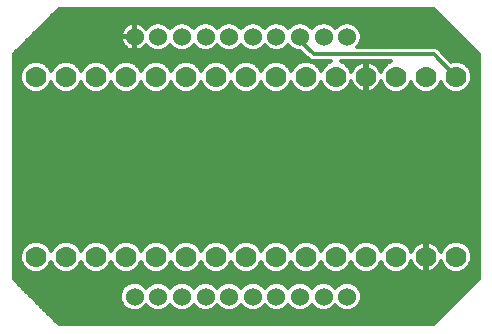
<source format=gbl>
G75*
%MOIN*%
%OFA0B0*%
%FSLAX25Y25*%
%IPPOS*%
%LPD*%
%AMOC8*
5,1,8,0,0,1.08239X$1,22.5*
%
%ADD10C,0.07000*%
%ADD11C,0.06000*%
%ADD12C,0.01200*%
D10*
X0011500Y0026500D03*
X0021500Y0026500D03*
X0031500Y0026500D03*
X0041500Y0026500D03*
X0051500Y0026500D03*
X0061500Y0026500D03*
X0071500Y0026500D03*
X0081500Y0026500D03*
X0091500Y0026500D03*
X0101500Y0026500D03*
X0111500Y0026500D03*
X0121500Y0026500D03*
X0131500Y0026500D03*
X0141500Y0026500D03*
X0151500Y0026500D03*
X0151500Y0086500D03*
X0141500Y0086500D03*
X0131500Y0086500D03*
X0121500Y0086500D03*
X0111500Y0086500D03*
X0101500Y0086500D03*
X0091500Y0086500D03*
X0081500Y0086500D03*
X0071500Y0086500D03*
X0061500Y0086500D03*
X0051500Y0086500D03*
X0041500Y0086500D03*
X0031500Y0086500D03*
X0021500Y0086500D03*
X0011500Y0086500D03*
D11*
X0044374Y0099807D03*
X0052248Y0099807D03*
X0060122Y0099807D03*
X0067996Y0099807D03*
X0075870Y0099807D03*
X0083744Y0099807D03*
X0091618Y0099807D03*
X0099492Y0099807D03*
X0107366Y0099807D03*
X0115240Y0099807D03*
X0115240Y0013193D03*
X0107366Y0013193D03*
X0099492Y0013193D03*
X0091618Y0013193D03*
X0083744Y0013193D03*
X0075870Y0013193D03*
X0067996Y0013193D03*
X0060122Y0013193D03*
X0052248Y0013193D03*
X0044374Y0013193D03*
D12*
X0040889Y0009890D02*
X0013110Y0009890D01*
X0011912Y0011088D02*
X0040050Y0011088D01*
X0040305Y0010474D02*
X0041655Y0009124D01*
X0043419Y0008393D01*
X0045329Y0008393D01*
X0047093Y0009124D01*
X0048311Y0010342D01*
X0049529Y0009124D01*
X0051293Y0008393D01*
X0053203Y0008393D01*
X0054967Y0009124D01*
X0056185Y0010342D01*
X0057403Y0009124D01*
X0059167Y0008393D01*
X0061077Y0008393D01*
X0062841Y0009124D01*
X0064059Y0010342D01*
X0065277Y0009124D01*
X0067041Y0008393D01*
X0068951Y0008393D01*
X0070715Y0009124D01*
X0071933Y0010342D01*
X0073151Y0009124D01*
X0074915Y0008393D01*
X0076825Y0008393D01*
X0078589Y0009124D01*
X0079807Y0010342D01*
X0081025Y0009124D01*
X0082789Y0008393D01*
X0084699Y0008393D01*
X0086463Y0009124D01*
X0087681Y0010342D01*
X0088899Y0009124D01*
X0090663Y0008393D01*
X0092573Y0008393D01*
X0094337Y0009124D01*
X0095555Y0010342D01*
X0096773Y0009124D01*
X0098537Y0008393D01*
X0100447Y0008393D01*
X0102211Y0009124D01*
X0103429Y0010342D01*
X0104647Y0009124D01*
X0106411Y0008393D01*
X0108321Y0008393D01*
X0110085Y0009124D01*
X0111303Y0010342D01*
X0112521Y0009124D01*
X0114285Y0008393D01*
X0116195Y0008393D01*
X0117959Y0009124D01*
X0119309Y0010474D01*
X0120040Y0012238D01*
X0120040Y0014148D01*
X0119309Y0015912D01*
X0117959Y0017262D01*
X0116195Y0017993D01*
X0114285Y0017993D01*
X0112521Y0017262D01*
X0111303Y0016044D01*
X0110085Y0017262D01*
X0108321Y0017993D01*
X0106411Y0017993D01*
X0104647Y0017262D01*
X0103429Y0016044D01*
X0102211Y0017262D01*
X0100447Y0017993D01*
X0098537Y0017993D01*
X0096773Y0017262D01*
X0095555Y0016044D01*
X0094337Y0017262D01*
X0092573Y0017993D01*
X0090663Y0017993D01*
X0088899Y0017262D01*
X0087681Y0016044D01*
X0086463Y0017262D01*
X0084699Y0017993D01*
X0082789Y0017993D01*
X0081025Y0017262D01*
X0079807Y0016044D01*
X0078589Y0017262D01*
X0076825Y0017993D01*
X0074915Y0017993D01*
X0073151Y0017262D01*
X0071933Y0016044D01*
X0070715Y0017262D01*
X0068951Y0017993D01*
X0067041Y0017993D01*
X0065277Y0017262D01*
X0064059Y0016044D01*
X0062841Y0017262D01*
X0061077Y0017993D01*
X0059167Y0017993D01*
X0057403Y0017262D01*
X0056185Y0016044D01*
X0054967Y0017262D01*
X0053203Y0017993D01*
X0051293Y0017993D01*
X0049529Y0017262D01*
X0048311Y0016044D01*
X0047093Y0017262D01*
X0045329Y0017993D01*
X0043419Y0017993D01*
X0041655Y0017262D01*
X0040305Y0015912D01*
X0039574Y0014148D01*
X0039574Y0012238D01*
X0040305Y0010474D01*
X0039574Y0012287D02*
X0010713Y0012287D01*
X0009515Y0013485D02*
X0039574Y0013485D01*
X0039796Y0014684D02*
X0008316Y0014684D01*
X0007118Y0015882D02*
X0040292Y0015882D01*
X0041474Y0017081D02*
X0005919Y0017081D01*
X0004721Y0018279D02*
X0158279Y0018279D01*
X0159000Y0019000D02*
X0144000Y0004000D01*
X0019000Y0004000D01*
X0004000Y0019000D01*
X0004000Y0094000D01*
X0019000Y0109000D01*
X0144000Y0109000D01*
X0159000Y0094000D01*
X0159000Y0019000D01*
X0159000Y0019478D02*
X0004000Y0019478D01*
X0004000Y0020676D02*
X0159000Y0020676D01*
X0159000Y0021875D02*
X0154183Y0021875D01*
X0154502Y0022007D02*
X0155993Y0023498D01*
X0156800Y0025446D01*
X0156800Y0027554D01*
X0155993Y0029502D01*
X0154502Y0030993D01*
X0152554Y0031800D01*
X0150446Y0031800D01*
X0148498Y0030993D01*
X0147007Y0029502D01*
X0146379Y0027987D01*
X0146226Y0028458D01*
X0145862Y0029173D01*
X0145390Y0029822D01*
X0144822Y0030390D01*
X0144173Y0030862D01*
X0143458Y0031226D01*
X0142694Y0031474D01*
X0141901Y0031600D01*
X0141884Y0031600D01*
X0141884Y0026884D01*
X0141116Y0026884D01*
X0141116Y0031600D01*
X0141099Y0031600D01*
X0140306Y0031474D01*
X0139542Y0031226D01*
X0138827Y0030862D01*
X0138178Y0030390D01*
X0137610Y0029822D01*
X0137138Y0029173D01*
X0136774Y0028458D01*
X0136621Y0027987D01*
X0135993Y0029502D01*
X0134502Y0030993D01*
X0132554Y0031800D01*
X0130446Y0031800D01*
X0128498Y0030993D01*
X0127007Y0029502D01*
X0126500Y0028278D01*
X0125993Y0029502D01*
X0124502Y0030993D01*
X0122554Y0031800D01*
X0120446Y0031800D01*
X0118498Y0030993D01*
X0117007Y0029502D01*
X0116500Y0028278D01*
X0115993Y0029502D01*
X0114502Y0030993D01*
X0112554Y0031800D01*
X0110446Y0031800D01*
X0108498Y0030993D01*
X0107007Y0029502D01*
X0106500Y0028278D01*
X0105993Y0029502D01*
X0104502Y0030993D01*
X0102554Y0031800D01*
X0100446Y0031800D01*
X0098498Y0030993D01*
X0097007Y0029502D01*
X0096500Y0028278D01*
X0095993Y0029502D01*
X0094502Y0030993D01*
X0092554Y0031800D01*
X0090446Y0031800D01*
X0088498Y0030993D01*
X0087007Y0029502D01*
X0086500Y0028278D01*
X0085993Y0029502D01*
X0084502Y0030993D01*
X0082554Y0031800D01*
X0080446Y0031800D01*
X0078498Y0030993D01*
X0077007Y0029502D01*
X0076500Y0028278D01*
X0075993Y0029502D01*
X0074502Y0030993D01*
X0072554Y0031800D01*
X0070446Y0031800D01*
X0068498Y0030993D01*
X0067007Y0029502D01*
X0066500Y0028278D01*
X0065993Y0029502D01*
X0064502Y0030993D01*
X0062554Y0031800D01*
X0060446Y0031800D01*
X0058498Y0030993D01*
X0057007Y0029502D01*
X0056500Y0028278D01*
X0055993Y0029502D01*
X0054502Y0030993D01*
X0052554Y0031800D01*
X0050446Y0031800D01*
X0048498Y0030993D01*
X0047007Y0029502D01*
X0046500Y0028278D01*
X0045993Y0029502D01*
X0044502Y0030993D01*
X0042554Y0031800D01*
X0040446Y0031800D01*
X0038498Y0030993D01*
X0037007Y0029502D01*
X0036500Y0028278D01*
X0035993Y0029502D01*
X0034502Y0030993D01*
X0032554Y0031800D01*
X0030446Y0031800D01*
X0028498Y0030993D01*
X0027007Y0029502D01*
X0026500Y0028278D01*
X0025993Y0029502D01*
X0024502Y0030993D01*
X0022554Y0031800D01*
X0020446Y0031800D01*
X0018498Y0030993D01*
X0017007Y0029502D01*
X0016500Y0028278D01*
X0015993Y0029502D01*
X0014502Y0030993D01*
X0012554Y0031800D01*
X0010446Y0031800D01*
X0008498Y0030993D01*
X0007007Y0029502D01*
X0006200Y0027554D01*
X0006200Y0025446D01*
X0007007Y0023498D01*
X0008498Y0022007D01*
X0010446Y0021200D01*
X0012554Y0021200D01*
X0014502Y0022007D01*
X0015993Y0023498D01*
X0016500Y0024722D01*
X0017007Y0023498D01*
X0018498Y0022007D01*
X0020446Y0021200D01*
X0022554Y0021200D01*
X0024502Y0022007D01*
X0025993Y0023498D01*
X0026500Y0024722D01*
X0027007Y0023498D01*
X0028498Y0022007D01*
X0030446Y0021200D01*
X0032554Y0021200D01*
X0034502Y0022007D01*
X0035993Y0023498D01*
X0036500Y0024722D01*
X0037007Y0023498D01*
X0038498Y0022007D01*
X0040446Y0021200D01*
X0042554Y0021200D01*
X0044502Y0022007D01*
X0045993Y0023498D01*
X0046500Y0024722D01*
X0047007Y0023498D01*
X0048498Y0022007D01*
X0050446Y0021200D01*
X0052554Y0021200D01*
X0054502Y0022007D01*
X0055993Y0023498D01*
X0056500Y0024722D01*
X0057007Y0023498D01*
X0058498Y0022007D01*
X0060446Y0021200D01*
X0062554Y0021200D01*
X0064502Y0022007D01*
X0065993Y0023498D01*
X0066500Y0024722D01*
X0067007Y0023498D01*
X0068498Y0022007D01*
X0070446Y0021200D01*
X0072554Y0021200D01*
X0074502Y0022007D01*
X0075993Y0023498D01*
X0076500Y0024722D01*
X0077007Y0023498D01*
X0078498Y0022007D01*
X0080446Y0021200D01*
X0082554Y0021200D01*
X0084502Y0022007D01*
X0085993Y0023498D01*
X0086500Y0024722D01*
X0087007Y0023498D01*
X0088498Y0022007D01*
X0090446Y0021200D01*
X0092554Y0021200D01*
X0094502Y0022007D01*
X0095993Y0023498D01*
X0096500Y0024722D01*
X0097007Y0023498D01*
X0098498Y0022007D01*
X0100446Y0021200D01*
X0102554Y0021200D01*
X0104502Y0022007D01*
X0105993Y0023498D01*
X0106500Y0024722D01*
X0107007Y0023498D01*
X0108498Y0022007D01*
X0110446Y0021200D01*
X0112554Y0021200D01*
X0114502Y0022007D01*
X0115993Y0023498D01*
X0116500Y0024722D01*
X0117007Y0023498D01*
X0118498Y0022007D01*
X0120446Y0021200D01*
X0122554Y0021200D01*
X0124502Y0022007D01*
X0125993Y0023498D01*
X0126500Y0024722D01*
X0127007Y0023498D01*
X0128498Y0022007D01*
X0130446Y0021200D01*
X0132554Y0021200D01*
X0134502Y0022007D01*
X0135993Y0023498D01*
X0136621Y0025013D01*
X0136774Y0024542D01*
X0137138Y0023827D01*
X0137610Y0023178D01*
X0138178Y0022610D01*
X0138827Y0022138D01*
X0139542Y0021774D01*
X0140306Y0021526D01*
X0141099Y0021400D01*
X0141116Y0021400D01*
X0141116Y0026116D01*
X0141884Y0026116D01*
X0141884Y0021400D01*
X0141901Y0021400D01*
X0142694Y0021526D01*
X0143458Y0021774D01*
X0144173Y0022138D01*
X0144822Y0022610D01*
X0145390Y0023178D01*
X0145862Y0023827D01*
X0146226Y0024542D01*
X0146379Y0025013D01*
X0147007Y0023498D01*
X0148498Y0022007D01*
X0150446Y0021200D01*
X0152554Y0021200D01*
X0154502Y0022007D01*
X0155569Y0023073D02*
X0159000Y0023073D01*
X0159000Y0024272D02*
X0156314Y0024272D01*
X0156800Y0025470D02*
X0159000Y0025470D01*
X0159000Y0026669D02*
X0156800Y0026669D01*
X0156670Y0027867D02*
X0159000Y0027867D01*
X0159000Y0029066D02*
X0156174Y0029066D01*
X0155231Y0030264D02*
X0159000Y0030264D01*
X0159000Y0031463D02*
X0153368Y0031463D01*
X0149632Y0031463D02*
X0142730Y0031463D01*
X0141884Y0031463D02*
X0141116Y0031463D01*
X0140270Y0031463D02*
X0133368Y0031463D01*
X0135231Y0030264D02*
X0138052Y0030264D01*
X0137083Y0029066D02*
X0136174Y0029066D01*
X0141116Y0029066D02*
X0141884Y0029066D01*
X0141884Y0030264D02*
X0141116Y0030264D01*
X0141116Y0027867D02*
X0141884Y0027867D01*
X0141884Y0025470D02*
X0141116Y0025470D01*
X0141116Y0024272D02*
X0141884Y0024272D01*
X0141884Y0023073D02*
X0141116Y0023073D01*
X0141116Y0021875D02*
X0141884Y0021875D01*
X0143656Y0021875D02*
X0148817Y0021875D01*
X0147431Y0023073D02*
X0145286Y0023073D01*
X0146088Y0024272D02*
X0146686Y0024272D01*
X0146826Y0029066D02*
X0145917Y0029066D01*
X0144948Y0030264D02*
X0147769Y0030264D01*
X0137714Y0023073D02*
X0135569Y0023073D01*
X0136314Y0024272D02*
X0136911Y0024272D01*
X0139344Y0021875D02*
X0134183Y0021875D01*
X0128817Y0021875D02*
X0124183Y0021875D01*
X0125569Y0023073D02*
X0127431Y0023073D01*
X0126686Y0024272D02*
X0126314Y0024272D01*
X0126174Y0029066D02*
X0126826Y0029066D01*
X0127769Y0030264D02*
X0125231Y0030264D01*
X0123368Y0031463D02*
X0129632Y0031463D01*
X0119632Y0031463D02*
X0113368Y0031463D01*
X0115231Y0030264D02*
X0117769Y0030264D01*
X0116826Y0029066D02*
X0116174Y0029066D01*
X0116314Y0024272D02*
X0116686Y0024272D01*
X0117431Y0023073D02*
X0115569Y0023073D01*
X0114183Y0021875D02*
X0118817Y0021875D01*
X0118141Y0017081D02*
X0157081Y0017081D01*
X0155882Y0015882D02*
X0119322Y0015882D01*
X0119818Y0014684D02*
X0154684Y0014684D01*
X0153485Y0013485D02*
X0120040Y0013485D01*
X0120040Y0012287D02*
X0152287Y0012287D01*
X0151088Y0011088D02*
X0119564Y0011088D01*
X0118725Y0009890D02*
X0149890Y0009890D01*
X0148691Y0008691D02*
X0116915Y0008691D01*
X0113566Y0008691D02*
X0109041Y0008691D01*
X0110851Y0009890D02*
X0111755Y0009890D01*
X0105692Y0008691D02*
X0101167Y0008691D01*
X0102977Y0009890D02*
X0103881Y0009890D01*
X0097818Y0008691D02*
X0093293Y0008691D01*
X0095103Y0009890D02*
X0096007Y0009890D01*
X0089944Y0008691D02*
X0085419Y0008691D01*
X0087229Y0009890D02*
X0088133Y0009890D01*
X0082070Y0008691D02*
X0077545Y0008691D01*
X0079355Y0009890D02*
X0080259Y0009890D01*
X0074195Y0008691D02*
X0069671Y0008691D01*
X0071481Y0009890D02*
X0072385Y0009890D01*
X0066321Y0008691D02*
X0061797Y0008691D01*
X0063607Y0009890D02*
X0064511Y0009890D01*
X0058447Y0008691D02*
X0053923Y0008691D01*
X0055733Y0009890D02*
X0056637Y0009890D01*
X0050573Y0008691D02*
X0046049Y0008691D01*
X0047859Y0009890D02*
X0048763Y0009890D01*
X0042699Y0008691D02*
X0014309Y0008691D01*
X0015507Y0007493D02*
X0147493Y0007493D01*
X0146294Y0006294D02*
X0016706Y0006294D01*
X0017904Y0005096D02*
X0145096Y0005096D01*
X0112340Y0017081D02*
X0110267Y0017081D01*
X0104466Y0017081D02*
X0102393Y0017081D01*
X0096592Y0017081D02*
X0094519Y0017081D01*
X0088718Y0017081D02*
X0086645Y0017081D01*
X0088817Y0021875D02*
X0084183Y0021875D01*
X0085569Y0023073D02*
X0087431Y0023073D01*
X0086686Y0024272D02*
X0086314Y0024272D01*
X0086174Y0029066D02*
X0086826Y0029066D01*
X0087769Y0030264D02*
X0085231Y0030264D01*
X0083368Y0031463D02*
X0089632Y0031463D01*
X0093368Y0031463D02*
X0099632Y0031463D01*
X0097769Y0030264D02*
X0095231Y0030264D01*
X0096174Y0029066D02*
X0096826Y0029066D01*
X0096686Y0024272D02*
X0096314Y0024272D01*
X0095569Y0023073D02*
X0097431Y0023073D01*
X0098817Y0021875D02*
X0094183Y0021875D01*
X0104183Y0021875D02*
X0108817Y0021875D01*
X0107431Y0023073D02*
X0105569Y0023073D01*
X0106314Y0024272D02*
X0106686Y0024272D01*
X0106826Y0029066D02*
X0106174Y0029066D01*
X0105231Y0030264D02*
X0107769Y0030264D01*
X0109632Y0031463D02*
X0103368Y0031463D01*
X0080844Y0017081D02*
X0078771Y0017081D01*
X0078817Y0021875D02*
X0074183Y0021875D01*
X0075569Y0023073D02*
X0077431Y0023073D01*
X0076686Y0024272D02*
X0076314Y0024272D01*
X0076174Y0029066D02*
X0076826Y0029066D01*
X0077769Y0030264D02*
X0075231Y0030264D01*
X0073368Y0031463D02*
X0079632Y0031463D01*
X0069632Y0031463D02*
X0063368Y0031463D01*
X0065231Y0030264D02*
X0067769Y0030264D01*
X0066826Y0029066D02*
X0066174Y0029066D01*
X0066314Y0024272D02*
X0066686Y0024272D01*
X0067431Y0023073D02*
X0065569Y0023073D01*
X0064183Y0021875D02*
X0068817Y0021875D01*
X0070897Y0017081D02*
X0072970Y0017081D01*
X0065096Y0017081D02*
X0063023Y0017081D01*
X0057222Y0017081D02*
X0055148Y0017081D01*
X0049348Y0017081D02*
X0047274Y0017081D01*
X0048817Y0021875D02*
X0044183Y0021875D01*
X0045569Y0023073D02*
X0047431Y0023073D01*
X0046686Y0024272D02*
X0046314Y0024272D01*
X0046174Y0029066D02*
X0046826Y0029066D01*
X0047769Y0030264D02*
X0045231Y0030264D01*
X0043368Y0031463D02*
X0049632Y0031463D01*
X0053368Y0031463D02*
X0059632Y0031463D01*
X0057769Y0030264D02*
X0055231Y0030264D01*
X0056174Y0029066D02*
X0056826Y0029066D01*
X0056686Y0024272D02*
X0056314Y0024272D01*
X0055569Y0023073D02*
X0057431Y0023073D01*
X0058817Y0021875D02*
X0054183Y0021875D01*
X0039632Y0031463D02*
X0033368Y0031463D01*
X0035231Y0030264D02*
X0037769Y0030264D01*
X0036826Y0029066D02*
X0036174Y0029066D01*
X0036314Y0024272D02*
X0036686Y0024272D01*
X0037431Y0023073D02*
X0035569Y0023073D01*
X0034183Y0021875D02*
X0038817Y0021875D01*
X0028817Y0021875D02*
X0024183Y0021875D01*
X0025569Y0023073D02*
X0027431Y0023073D01*
X0026686Y0024272D02*
X0026314Y0024272D01*
X0026174Y0029066D02*
X0026826Y0029066D01*
X0027769Y0030264D02*
X0025231Y0030264D01*
X0023368Y0031463D02*
X0029632Y0031463D01*
X0019632Y0031463D02*
X0013368Y0031463D01*
X0015231Y0030264D02*
X0017769Y0030264D01*
X0016826Y0029066D02*
X0016174Y0029066D01*
X0016314Y0024272D02*
X0016686Y0024272D01*
X0017431Y0023073D02*
X0015569Y0023073D01*
X0014183Y0021875D02*
X0018817Y0021875D01*
X0008817Y0021875D02*
X0004000Y0021875D01*
X0004000Y0023073D02*
X0007431Y0023073D01*
X0006686Y0024272D02*
X0004000Y0024272D01*
X0004000Y0025470D02*
X0006200Y0025470D01*
X0006200Y0026669D02*
X0004000Y0026669D01*
X0004000Y0027867D02*
X0006330Y0027867D01*
X0006826Y0029066D02*
X0004000Y0029066D01*
X0004000Y0030264D02*
X0007769Y0030264D01*
X0009632Y0031463D02*
X0004000Y0031463D01*
X0004000Y0032661D02*
X0159000Y0032661D01*
X0159000Y0033860D02*
X0004000Y0033860D01*
X0004000Y0035058D02*
X0159000Y0035058D01*
X0159000Y0036257D02*
X0004000Y0036257D01*
X0004000Y0037455D02*
X0159000Y0037455D01*
X0159000Y0038654D02*
X0004000Y0038654D01*
X0004000Y0039852D02*
X0159000Y0039852D01*
X0159000Y0041051D02*
X0004000Y0041051D01*
X0004000Y0042249D02*
X0159000Y0042249D01*
X0159000Y0043448D02*
X0004000Y0043448D01*
X0004000Y0044646D02*
X0159000Y0044646D01*
X0159000Y0045845D02*
X0004000Y0045845D01*
X0004000Y0047043D02*
X0159000Y0047043D01*
X0159000Y0048242D02*
X0004000Y0048242D01*
X0004000Y0049440D02*
X0159000Y0049440D01*
X0159000Y0050639D02*
X0004000Y0050639D01*
X0004000Y0051837D02*
X0159000Y0051837D01*
X0159000Y0053036D02*
X0004000Y0053036D01*
X0004000Y0054234D02*
X0159000Y0054234D01*
X0159000Y0055433D02*
X0004000Y0055433D01*
X0004000Y0056632D02*
X0159000Y0056632D01*
X0159000Y0057830D02*
X0004000Y0057830D01*
X0004000Y0059029D02*
X0159000Y0059029D01*
X0159000Y0060227D02*
X0004000Y0060227D01*
X0004000Y0061426D02*
X0159000Y0061426D01*
X0159000Y0062624D02*
X0004000Y0062624D01*
X0004000Y0063823D02*
X0159000Y0063823D01*
X0159000Y0065021D02*
X0004000Y0065021D01*
X0004000Y0066220D02*
X0159000Y0066220D01*
X0159000Y0067418D02*
X0004000Y0067418D01*
X0004000Y0068617D02*
X0159000Y0068617D01*
X0159000Y0069815D02*
X0004000Y0069815D01*
X0004000Y0071014D02*
X0159000Y0071014D01*
X0159000Y0072212D02*
X0004000Y0072212D01*
X0004000Y0073411D02*
X0159000Y0073411D01*
X0159000Y0074609D02*
X0004000Y0074609D01*
X0004000Y0075808D02*
X0159000Y0075808D01*
X0159000Y0077006D02*
X0004000Y0077006D01*
X0004000Y0078205D02*
X0159000Y0078205D01*
X0159000Y0079403D02*
X0004000Y0079403D01*
X0004000Y0080602D02*
X0159000Y0080602D01*
X0159000Y0081800D02*
X0154003Y0081800D01*
X0154502Y0082007D02*
X0155993Y0083498D01*
X0156800Y0085446D01*
X0156800Y0087554D01*
X0155993Y0089502D01*
X0154502Y0090993D01*
X0152554Y0091800D01*
X0150446Y0091800D01*
X0149844Y0091551D01*
X0146035Y0095359D01*
X0146035Y0095359D01*
X0145359Y0096035D01*
X0144477Y0096400D01*
X0118621Y0096400D01*
X0119309Y0097088D01*
X0120040Y0098852D01*
X0120040Y0100762D01*
X0119309Y0102526D01*
X0117959Y0103876D01*
X0116195Y0104607D01*
X0114285Y0104607D01*
X0112521Y0103876D01*
X0111303Y0102658D01*
X0110085Y0103876D01*
X0108321Y0104607D01*
X0106411Y0104607D01*
X0104647Y0103876D01*
X0103429Y0102658D01*
X0102211Y0103876D01*
X0100447Y0104607D01*
X0098537Y0104607D01*
X0096773Y0103876D01*
X0095555Y0102658D01*
X0094337Y0103876D01*
X0092573Y0104607D01*
X0090663Y0104607D01*
X0088899Y0103876D01*
X0087681Y0102658D01*
X0086463Y0103876D01*
X0084699Y0104607D01*
X0082789Y0104607D01*
X0081025Y0103876D01*
X0079807Y0102658D01*
X0078589Y0103876D01*
X0076825Y0104607D01*
X0074915Y0104607D01*
X0073151Y0103876D01*
X0071933Y0102658D01*
X0070715Y0103876D01*
X0068951Y0104607D01*
X0067041Y0104607D01*
X0065277Y0103876D01*
X0064059Y0102658D01*
X0062841Y0103876D01*
X0061077Y0104607D01*
X0059167Y0104607D01*
X0057403Y0103876D01*
X0056185Y0102658D01*
X0054967Y0103876D01*
X0053203Y0104607D01*
X0051293Y0104607D01*
X0049529Y0103876D01*
X0048179Y0102526D01*
X0048145Y0102443D01*
X0047883Y0102804D01*
X0047371Y0103316D01*
X0046785Y0103741D01*
X0046140Y0104070D01*
X0045451Y0104294D01*
X0044736Y0104407D01*
X0044561Y0104407D01*
X0044561Y0099995D01*
X0044187Y0099995D01*
X0044187Y0104407D01*
X0044012Y0104407D01*
X0043297Y0104294D01*
X0042608Y0104070D01*
X0041963Y0103741D01*
X0041377Y0103316D01*
X0040865Y0102804D01*
X0040440Y0102218D01*
X0040111Y0101573D01*
X0039887Y0100884D01*
X0039774Y0100169D01*
X0039774Y0099994D01*
X0044187Y0099994D01*
X0044187Y0099620D01*
X0044561Y0099620D01*
X0044561Y0095207D01*
X0044736Y0095207D01*
X0045451Y0095320D01*
X0046140Y0095544D01*
X0046785Y0095873D01*
X0047371Y0096298D01*
X0047883Y0096810D01*
X0048145Y0097171D01*
X0048179Y0097088D01*
X0049529Y0095738D01*
X0051293Y0095007D01*
X0053203Y0095007D01*
X0054967Y0095738D01*
X0056185Y0096956D01*
X0057403Y0095738D01*
X0059167Y0095007D01*
X0061077Y0095007D01*
X0062841Y0095738D01*
X0064059Y0096956D01*
X0065277Y0095738D01*
X0067041Y0095007D01*
X0068951Y0095007D01*
X0070715Y0095738D01*
X0071933Y0096956D01*
X0073151Y0095738D01*
X0074915Y0095007D01*
X0076825Y0095007D01*
X0078589Y0095738D01*
X0079807Y0096956D01*
X0081025Y0095738D01*
X0082789Y0095007D01*
X0084699Y0095007D01*
X0086463Y0095738D01*
X0087681Y0096956D01*
X0088899Y0095738D01*
X0090663Y0095007D01*
X0092573Y0095007D01*
X0094337Y0095738D01*
X0095555Y0096956D01*
X0096773Y0095738D01*
X0098537Y0095007D01*
X0099599Y0095007D01*
X0101965Y0092641D01*
X0102641Y0091965D01*
X0103523Y0091600D01*
X0109963Y0091600D01*
X0108498Y0090993D01*
X0107007Y0089502D01*
X0106500Y0088278D01*
X0105993Y0089502D01*
X0104502Y0090993D01*
X0102554Y0091800D01*
X0100446Y0091800D01*
X0098498Y0090993D01*
X0097007Y0089502D01*
X0096500Y0088278D01*
X0095993Y0089502D01*
X0094502Y0090993D01*
X0092554Y0091800D01*
X0090446Y0091800D01*
X0088498Y0090993D01*
X0087007Y0089502D01*
X0086500Y0088278D01*
X0085993Y0089502D01*
X0084502Y0090993D01*
X0082554Y0091800D01*
X0080446Y0091800D01*
X0078498Y0090993D01*
X0077007Y0089502D01*
X0076500Y0088278D01*
X0075993Y0089502D01*
X0074502Y0090993D01*
X0072554Y0091800D01*
X0070446Y0091800D01*
X0068498Y0090993D01*
X0067007Y0089502D01*
X0066500Y0088278D01*
X0065993Y0089502D01*
X0064502Y0090993D01*
X0062554Y0091800D01*
X0060446Y0091800D01*
X0058498Y0090993D01*
X0057007Y0089502D01*
X0056500Y0088278D01*
X0055993Y0089502D01*
X0054502Y0090993D01*
X0052554Y0091800D01*
X0050446Y0091800D01*
X0048498Y0090993D01*
X0047007Y0089502D01*
X0046500Y0088278D01*
X0045993Y0089502D01*
X0044502Y0090993D01*
X0042554Y0091800D01*
X0040446Y0091800D01*
X0038498Y0090993D01*
X0037007Y0089502D01*
X0036500Y0088278D01*
X0035993Y0089502D01*
X0034502Y0090993D01*
X0032554Y0091800D01*
X0030446Y0091800D01*
X0028498Y0090993D01*
X0027007Y0089502D01*
X0026500Y0088278D01*
X0025993Y0089502D01*
X0024502Y0090993D01*
X0022554Y0091800D01*
X0020446Y0091800D01*
X0018498Y0090993D01*
X0017007Y0089502D01*
X0016500Y0088278D01*
X0015993Y0089502D01*
X0014502Y0090993D01*
X0012554Y0091800D01*
X0010446Y0091800D01*
X0008498Y0090993D01*
X0007007Y0089502D01*
X0006200Y0087554D01*
X0006200Y0085446D01*
X0007007Y0083498D01*
X0008498Y0082007D01*
X0010446Y0081200D01*
X0012554Y0081200D01*
X0014502Y0082007D01*
X0015993Y0083498D01*
X0016500Y0084722D01*
X0017007Y0083498D01*
X0018498Y0082007D01*
X0020446Y0081200D01*
X0022554Y0081200D01*
X0024502Y0082007D01*
X0025993Y0083498D01*
X0026500Y0084722D01*
X0027007Y0083498D01*
X0028498Y0082007D01*
X0030446Y0081200D01*
X0032554Y0081200D01*
X0034502Y0082007D01*
X0035993Y0083498D01*
X0036500Y0084722D01*
X0037007Y0083498D01*
X0038498Y0082007D01*
X0040446Y0081200D01*
X0042554Y0081200D01*
X0044502Y0082007D01*
X0045993Y0083498D01*
X0046500Y0084722D01*
X0047007Y0083498D01*
X0048498Y0082007D01*
X0050446Y0081200D01*
X0052554Y0081200D01*
X0054502Y0082007D01*
X0055993Y0083498D01*
X0056500Y0084722D01*
X0057007Y0083498D01*
X0058498Y0082007D01*
X0060446Y0081200D01*
X0062554Y0081200D01*
X0064502Y0082007D01*
X0065993Y0083498D01*
X0066500Y0084722D01*
X0067007Y0083498D01*
X0068498Y0082007D01*
X0070446Y0081200D01*
X0072554Y0081200D01*
X0074502Y0082007D01*
X0075993Y0083498D01*
X0076500Y0084722D01*
X0077007Y0083498D01*
X0078498Y0082007D01*
X0080446Y0081200D01*
X0082554Y0081200D01*
X0084502Y0082007D01*
X0085993Y0083498D01*
X0086500Y0084722D01*
X0087007Y0083498D01*
X0088498Y0082007D01*
X0090446Y0081200D01*
X0092554Y0081200D01*
X0094502Y0082007D01*
X0095993Y0083498D01*
X0096500Y0084722D01*
X0097007Y0083498D01*
X0098498Y0082007D01*
X0100446Y0081200D01*
X0102554Y0081200D01*
X0104502Y0082007D01*
X0105993Y0083498D01*
X0106500Y0084722D01*
X0107007Y0083498D01*
X0108498Y0082007D01*
X0110446Y0081200D01*
X0112554Y0081200D01*
X0114502Y0082007D01*
X0115993Y0083498D01*
X0116621Y0085013D01*
X0116774Y0084542D01*
X0117138Y0083827D01*
X0117610Y0083178D01*
X0118178Y0082610D01*
X0118827Y0082138D01*
X0119542Y0081774D01*
X0120306Y0081526D01*
X0121099Y0081400D01*
X0121116Y0081400D01*
X0121116Y0086116D01*
X0121884Y0086116D01*
X0121884Y0081400D01*
X0121901Y0081400D01*
X0122694Y0081526D01*
X0123458Y0081774D01*
X0124173Y0082138D01*
X0124822Y0082610D01*
X0125390Y0083178D01*
X0125862Y0083827D01*
X0126226Y0084542D01*
X0126379Y0085013D01*
X0127007Y0083498D01*
X0128498Y0082007D01*
X0130446Y0081200D01*
X0132554Y0081200D01*
X0134502Y0082007D01*
X0135993Y0083498D01*
X0136500Y0084722D01*
X0137007Y0083498D01*
X0138498Y0082007D01*
X0140446Y0081200D01*
X0142554Y0081200D01*
X0144502Y0082007D01*
X0145993Y0083498D01*
X0146500Y0084722D01*
X0147007Y0083498D01*
X0148498Y0082007D01*
X0150446Y0081200D01*
X0152554Y0081200D01*
X0154502Y0082007D01*
X0155494Y0082999D02*
X0159000Y0082999D01*
X0159000Y0084197D02*
X0156283Y0084197D01*
X0156779Y0085396D02*
X0159000Y0085396D01*
X0159000Y0086594D02*
X0156800Y0086594D01*
X0156701Y0087793D02*
X0159000Y0087793D01*
X0159000Y0088991D02*
X0156205Y0088991D01*
X0155305Y0090190D02*
X0159000Y0090190D01*
X0159000Y0091388D02*
X0153548Y0091388D01*
X0148807Y0092587D02*
X0159000Y0092587D01*
X0159000Y0093785D02*
X0147609Y0093785D01*
X0146410Y0094984D02*
X0158016Y0094984D01*
X0156818Y0096182D02*
X0145003Y0096182D01*
X0144000Y0094000D02*
X0151500Y0086500D01*
X0146717Y0084197D02*
X0146283Y0084197D01*
X0145494Y0082999D02*
X0147506Y0082999D01*
X0148997Y0081800D02*
X0144003Y0081800D01*
X0138997Y0081800D02*
X0134003Y0081800D01*
X0135494Y0082999D02*
X0137506Y0082999D01*
X0136717Y0084197D02*
X0136283Y0084197D01*
X0128997Y0081800D02*
X0123510Y0081800D01*
X0121884Y0081800D02*
X0121116Y0081800D01*
X0121116Y0082999D02*
X0121884Y0082999D01*
X0121884Y0084197D02*
X0121116Y0084197D01*
X0121116Y0085396D02*
X0121884Y0085396D01*
X0121884Y0086884D02*
X0121116Y0086884D01*
X0121116Y0091600D01*
X0121099Y0091600D01*
X0120306Y0091474D01*
X0119542Y0091226D01*
X0118827Y0090862D01*
X0118178Y0090390D01*
X0117610Y0089822D01*
X0117138Y0089173D01*
X0116774Y0088458D01*
X0116621Y0087987D01*
X0115993Y0089502D01*
X0114502Y0090993D01*
X0113037Y0091600D01*
X0129963Y0091600D01*
X0128498Y0090993D01*
X0127007Y0089502D01*
X0126379Y0087987D01*
X0126226Y0088458D01*
X0125862Y0089173D01*
X0125390Y0089822D01*
X0124822Y0090390D01*
X0124173Y0090862D01*
X0123458Y0091226D01*
X0122694Y0091474D01*
X0121901Y0091600D01*
X0121884Y0091600D01*
X0121884Y0086884D01*
X0121884Y0087793D02*
X0121116Y0087793D01*
X0121116Y0088991D02*
X0121884Y0088991D01*
X0121884Y0090190D02*
X0121116Y0090190D01*
X0121116Y0091388D02*
X0121884Y0091388D01*
X0122959Y0091388D02*
X0129452Y0091388D01*
X0127695Y0090190D02*
X0125023Y0090190D01*
X0125954Y0088991D02*
X0126795Y0088991D01*
X0126717Y0084197D02*
X0126051Y0084197D01*
X0125211Y0082999D02*
X0127506Y0082999D01*
X0119490Y0081800D02*
X0114003Y0081800D01*
X0115494Y0082999D02*
X0117789Y0082999D01*
X0116949Y0084197D02*
X0116283Y0084197D01*
X0116205Y0088991D02*
X0117046Y0088991D01*
X0117977Y0090190D02*
X0115305Y0090190D01*
X0113548Y0091388D02*
X0120041Y0091388D01*
X0119431Y0097381D02*
X0155619Y0097381D01*
X0154421Y0098579D02*
X0119927Y0098579D01*
X0120040Y0099778D02*
X0153222Y0099778D01*
X0152024Y0100976D02*
X0119951Y0100976D01*
X0119455Y0102175D02*
X0150825Y0102175D01*
X0149627Y0103373D02*
X0118462Y0103373D01*
X0116280Y0104572D02*
X0148428Y0104572D01*
X0147230Y0105770D02*
X0015770Y0105770D01*
X0014572Y0104572D02*
X0051209Y0104572D01*
X0053288Y0104572D02*
X0059083Y0104572D01*
X0061162Y0104572D02*
X0066957Y0104572D01*
X0069036Y0104572D02*
X0074831Y0104572D01*
X0072648Y0103373D02*
X0071218Y0103373D01*
X0076910Y0104572D02*
X0082705Y0104572D01*
X0080522Y0103373D02*
X0079092Y0103373D01*
X0084784Y0104572D02*
X0090579Y0104572D01*
X0092658Y0104572D02*
X0098453Y0104572D01*
X0100532Y0104572D02*
X0106327Y0104572D01*
X0108406Y0104572D02*
X0114201Y0104572D01*
X0112018Y0103373D02*
X0110588Y0103373D01*
X0104144Y0103373D02*
X0102714Y0103373D01*
X0099492Y0099807D02*
X0099492Y0098508D01*
X0104000Y0094000D01*
X0144000Y0094000D01*
X0146031Y0106969D02*
X0016969Y0106969D01*
X0018168Y0108168D02*
X0144832Y0108168D01*
X0109452Y0091388D02*
X0103548Y0091388D01*
X0102019Y0092587D02*
X0004000Y0092587D01*
X0004000Y0093785D02*
X0100821Y0093785D01*
X0099622Y0094984D02*
X0004984Y0094984D01*
X0006182Y0096182D02*
X0041537Y0096182D01*
X0041377Y0096298D02*
X0041963Y0095873D01*
X0042608Y0095544D01*
X0043297Y0095320D01*
X0044012Y0095207D01*
X0044187Y0095207D01*
X0044187Y0099620D01*
X0039774Y0099620D01*
X0039774Y0099445D01*
X0039887Y0098730D01*
X0040111Y0098041D01*
X0040440Y0097396D01*
X0040865Y0096810D01*
X0041377Y0096298D01*
X0040451Y0097381D02*
X0007381Y0097381D01*
X0008579Y0098579D02*
X0039936Y0098579D01*
X0039917Y0100976D02*
X0010976Y0100976D01*
X0009778Y0099778D02*
X0044187Y0099778D01*
X0044187Y0100976D02*
X0044561Y0100976D01*
X0044561Y0102175D02*
X0044187Y0102175D01*
X0044187Y0103373D02*
X0044561Y0103373D01*
X0047291Y0103373D02*
X0049026Y0103373D01*
X0055470Y0103373D02*
X0056900Y0103373D01*
X0063344Y0103373D02*
X0064774Y0103373D01*
X0064833Y0096182D02*
X0063286Y0096182D01*
X0056959Y0096182D02*
X0055412Y0096182D01*
X0049084Y0096182D02*
X0047211Y0096182D01*
X0044561Y0096182D02*
X0044187Y0096182D01*
X0044187Y0097381D02*
X0044561Y0097381D01*
X0044561Y0098579D02*
X0044187Y0098579D01*
X0040418Y0102175D02*
X0012175Y0102175D01*
X0013373Y0103373D02*
X0041457Y0103373D01*
X0039452Y0091388D02*
X0033548Y0091388D01*
X0035305Y0090190D02*
X0037695Y0090190D01*
X0036795Y0088991D02*
X0036205Y0088991D01*
X0036283Y0084197D02*
X0036717Y0084197D01*
X0037506Y0082999D02*
X0035494Y0082999D01*
X0034003Y0081800D02*
X0038997Y0081800D01*
X0044003Y0081800D02*
X0048997Y0081800D01*
X0047506Y0082999D02*
X0045494Y0082999D01*
X0046283Y0084197D02*
X0046717Y0084197D01*
X0046795Y0088991D02*
X0046205Y0088991D01*
X0045305Y0090190D02*
X0047695Y0090190D01*
X0049452Y0091388D02*
X0043548Y0091388D01*
X0053548Y0091388D02*
X0059452Y0091388D01*
X0057695Y0090190D02*
X0055305Y0090190D01*
X0056205Y0088991D02*
X0056795Y0088991D01*
X0056717Y0084197D02*
X0056283Y0084197D01*
X0055494Y0082999D02*
X0057506Y0082999D01*
X0058997Y0081800D02*
X0054003Y0081800D01*
X0064003Y0081800D02*
X0068997Y0081800D01*
X0067506Y0082999D02*
X0065494Y0082999D01*
X0066283Y0084197D02*
X0066717Y0084197D01*
X0066795Y0088991D02*
X0066205Y0088991D01*
X0065305Y0090190D02*
X0067695Y0090190D01*
X0069452Y0091388D02*
X0063548Y0091388D01*
X0071160Y0096182D02*
X0072707Y0096182D01*
X0079034Y0096182D02*
X0080581Y0096182D01*
X0086908Y0096182D02*
X0088455Y0096182D01*
X0094782Y0096182D02*
X0096329Y0096182D01*
X0093548Y0091388D02*
X0099452Y0091388D01*
X0097695Y0090190D02*
X0095305Y0090190D01*
X0096205Y0088991D02*
X0096795Y0088991D01*
X0096717Y0084197D02*
X0096283Y0084197D01*
X0095494Y0082999D02*
X0097506Y0082999D01*
X0098997Y0081800D02*
X0094003Y0081800D01*
X0088997Y0081800D02*
X0084003Y0081800D01*
X0085494Y0082999D02*
X0087506Y0082999D01*
X0086717Y0084197D02*
X0086283Y0084197D01*
X0086205Y0088991D02*
X0086795Y0088991D01*
X0087695Y0090190D02*
X0085305Y0090190D01*
X0083548Y0091388D02*
X0089452Y0091388D01*
X0079452Y0091388D02*
X0073548Y0091388D01*
X0075305Y0090190D02*
X0077695Y0090190D01*
X0076795Y0088991D02*
X0076205Y0088991D01*
X0076283Y0084197D02*
X0076717Y0084197D01*
X0077506Y0082999D02*
X0075494Y0082999D01*
X0074003Y0081800D02*
X0078997Y0081800D01*
X0104003Y0081800D02*
X0108997Y0081800D01*
X0107506Y0082999D02*
X0105494Y0082999D01*
X0106283Y0084197D02*
X0106717Y0084197D01*
X0106795Y0088991D02*
X0106205Y0088991D01*
X0105305Y0090190D02*
X0107695Y0090190D01*
X0096270Y0103373D02*
X0094840Y0103373D01*
X0088396Y0103373D02*
X0086966Y0103373D01*
X0029452Y0091388D02*
X0023548Y0091388D01*
X0025305Y0090190D02*
X0027695Y0090190D01*
X0026795Y0088991D02*
X0026205Y0088991D01*
X0026283Y0084197D02*
X0026717Y0084197D01*
X0027506Y0082999D02*
X0025494Y0082999D01*
X0024003Y0081800D02*
X0028997Y0081800D01*
X0018997Y0081800D02*
X0014003Y0081800D01*
X0015494Y0082999D02*
X0017506Y0082999D01*
X0016717Y0084197D02*
X0016283Y0084197D01*
X0016205Y0088991D02*
X0016795Y0088991D01*
X0017695Y0090190D02*
X0015305Y0090190D01*
X0013548Y0091388D02*
X0019452Y0091388D01*
X0009452Y0091388D02*
X0004000Y0091388D01*
X0004000Y0090190D02*
X0007695Y0090190D01*
X0006795Y0088991D02*
X0004000Y0088991D01*
X0004000Y0087793D02*
X0006299Y0087793D01*
X0006200Y0086594D02*
X0004000Y0086594D01*
X0004000Y0085396D02*
X0006221Y0085396D01*
X0006717Y0084197D02*
X0004000Y0084197D01*
X0004000Y0082999D02*
X0007506Y0082999D01*
X0008997Y0081800D02*
X0004000Y0081800D01*
M02*

</source>
